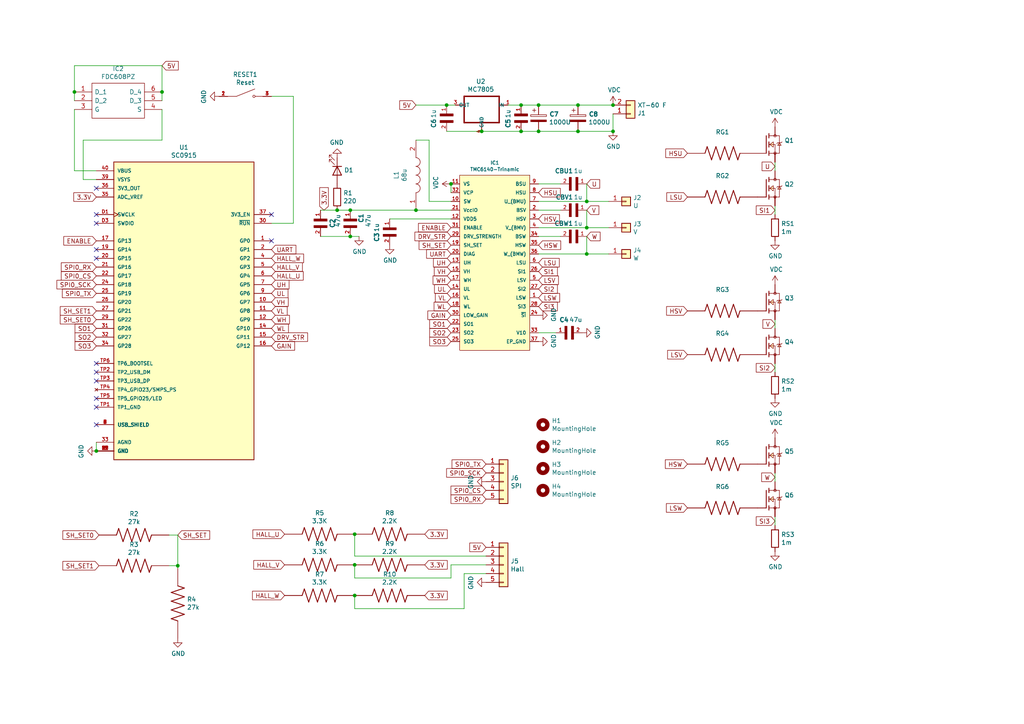
<source format=kicad_sch>
(kicad_sch (version 20211123) (generator eeschema)
  (paper "A4")
  (lib_symbols
    (symbol "1571563-1:1571563-1" (pin_names (offset 1.016) hide)
      (property "Reference" "S" (at -2.54 2.54 0))
      (property "Value" "1571563-1" (at -2.54 -2.54 0))
      (symbol "1571563-1_0_0"
        (pin passive line (at -7.62 0 0) (length 2.54) (name "~") (number "1"))
        (pin passive line (at -7.62 0 0) (length 2.54) (name "~") (number "2"))
        (pin passive line (at 7.62 0 180) (length 2.54) (name "~") (number "3"))
        (pin passive line (at 7.62 0 180) (length 2.54) (name "~") (number "4"))
      )
    )
    (symbol "CL21B105KBFNNNF:CL21B105KBFNNNF" (pin_names (offset 1.016) hide)
      (property "Reference" "C" (at 0 3.81 0))
      (property "Value" "CL21B105KBFNNNF" (at 0 -5.08 0))
      (symbol "CL21B105KBFNNNF_0_0"
        (pin passive line (at 5.08 0 180) (length 2.54) (name "~") (number "1"))
        (pin passive line (at -2.54 0 0) (length 2.54) (name "~") (number "2"))
      )
    )
    (symbol "CR0603-FX-3301ELF:CR0603-FX-3301ELF" (pin_numbers hide) (pin_names (offset 1.016) hide)
      (property "Reference" "R" (at -7.62 2.54 0))
      (property "Value" "CR0603-FX-3301ELF" (at -7.62 -5.08 0))
      (symbol "CR0603-FX-3301ELF_0_0"
        (pin passive line (at -10.16 0 0) (length 5.08) (name "~") (number "1"))
        (pin passive line (at 10.16 0 180) (length 5.08) (name "~") (number "2"))
      )
    )
    (symbol "CRCW060327K0FKEA:CRCW060327K0FKEA" (pin_numbers hide) (pin_names (offset 1.016) hide)
      (property "Reference" "R" (at -7.62 2.54 0))
      (property "Value" "CRCW060327K0FKEA" (at -7.62 -5.08 0))
      (symbol "CRCW060327K0FKEA_0_0"
        (pin passive line (at -10.16 0 0) (length 5.08) (name "~") (number "1"))
        (pin passive line (at 10.16 0 180) (length 5.08) (name "~") (number "2"))
      )
    )
    (symbol "CRG0603F2K2:CRG0603F2K2" (pin_numbers hide) (pin_names (offset 1.016) hide)
      (property "Reference" "R" (at -7.62 2.54 0))
      (property "Value" "CRG0603F2K2" (at -7.62 -5.08 0))
      (symbol "CRG0603F2K2_0_0"
        (pin passive line (at -10.16 0 0) (length 5.08) (name "~") (number "1"))
        (pin passive line (at 10.16 0 180) (length 5.08) (name "~") (number "2"))
      )
    )
    (symbol "CRL1206-FW-1R00ELF:CRL1206-FW-1R00ELF" (pin_numbers hide) (pin_names (offset 1.016) hide)
      (property "Reference" "R" (at -7.62 2.54 0))
      (property "Value" "CRL1206-FW-1R00ELF" (at -7.62 -5.08 0))
      (symbol "CRL1206-FW-1R00ELF_0_0"
        (pin passive line (at -10.16 0 0) (length 5.08) (name "~") (number "1"))
        (pin passive line (at 10.16 0 180) (length 5.08) (name "~") (number "2"))
      )
    )
    (symbol "Connector_Generic:Conn_01x01" (pin_names (offset 1.016) hide)
      (property "Reference" "J" (at 0 2.54 0))
      (property "Value" "Conn_01x01" (at 0 -2.54 0))
      (symbol "Conn_01x01_1_1"
        (pin passive line (at -5.08 0 0) (length 3.81) (name "Pin_1") (number "1"))
      )
    )
    (symbol "Connector_Generic:Conn_01x02" (pin_names (offset 1.016) hide)
      (property "Reference" "J" (at 0 2.54 0))
      (property "Value" "Conn_01x02" (at 0 -5.08 0))
      (symbol "Conn_01x02_1_1"
        (pin passive line (at -5.08 0 0) (length 3.81) (name "Pin_1") (number "1"))
        (pin passive line (at -5.08 -2.54 0) (length 3.81) (name "Pin_2") (number "2"))
      )
    )
    (symbol "Connector_Generic:Conn_01x05" (pin_names (offset 1.016) hide)
      (property "Reference" "J" (at 0 7.62 0))
      (property "Value" "Conn_01x05" (at 0 -7.62 0))
      (symbol "Conn_01x05_1_1"
        (pin passive line (at -5.08 5.08 0) (length 3.81) (name "Pin_1") (number "1"))
        (pin passive line (at -5.08 2.54 0) (length 3.81) (name "Pin_2") (number "2"))
        (pin passive line (at -5.08 0 0) (length 3.81) (name "Pin_3") (number "3"))
        (pin passive line (at -5.08 -2.54 0) (length 3.81) (name "Pin_4") (number "4"))
        (pin passive line (at -5.08 -5.08 0) (length 3.81) (name "Pin_5") (number "5"))
      )
    )
    (symbol "Device:LED" (pin_numbers hide) (pin_names (offset 1.016) hide)
      (property "Reference" "D" (at 0 2.54 0))
      (property "Value" "LED" (at 0 -2.54 0))
      (symbol "LED_1_1"
        (pin passive line (at -3.81 0 0) (length 2.54) (name "K") (number "1"))
        (pin passive line (at 3.81 0 180) (length 2.54) (name "A") (number "2"))
      )
    )
    (symbol "Device:R" (pin_numbers hide) (pin_names (offset 0))
      (property "Reference" "R" (at 2.032 0 90))
      (property "Value" "R" (at 0 0 90))
      (symbol "R_1_1"
        (pin passive line (at 0 3.81 270) (length 1.27) (name "~") (number "1"))
        (pin passive line (at 0 -3.81 90) (length 1.27) (name "~") (number "2"))
      )
    )
    (symbol "FDC608PZ:FDC608PZ" (pin_names (offset 0.762))
      (property "Reference" "IC" (at 21.59 7.62 0))
      (property "Value" "FDC608PZ" (at 21.59 5.08 0))
      (symbol "FDC608PZ_0_0"
        (pin passive line (at 0 0 0) (length 5.08) (name "D_1") (number "1"))
        (pin passive line (at 0 -2.54 0) (length 5.08) (name "D_2") (number "2"))
        (pin passive line (at 0 -5.08 0) (length 5.08) (name "G") (number "3"))
        (pin passive line (at 25.4 -5.08 180) (length 5.08) (name "S") (number "4"))
        (pin passive line (at 25.4 -2.54 180) (length 5.08) (name "D_3") (number "5"))
        (pin passive line (at 25.4 0 180) (length 5.08) (name "D_4") (number "6"))
      )
    )
    (symbol "GRM32EC81C476KE15L:GRM32EC81C476KE15L" (pin_names (offset 1.016) hide)
      (property "Reference" "C" (at 0 3.81 0))
      (property "Value" "GRM32EC81C476KE15L" (at 0 -5.08 0))
      (symbol "GRM32EC81C476KE15L_0_0"
        (pin passive line (at -2.54 0 0) (length 2.54) (name "~") (number "1"))
        (pin passive line (at 5.08 0 180) (length 2.54) (name "~") (number "2"))
      )
    )
    (symbol "IAUS300N08S5N012ATMA1:IAUS300N08S5N012ATMA1" (pin_numbers hide) (pin_names (offset 1.016) hide)
      (property "Reference" "Q" (at -8.89 2.54 0))
      (property "Value" "IAUS300N08S5N012ATMA1" (at -8.89 -7.62 0))
      (symbol "IAUS300N08S5N012ATMA1_0_0"
        (pin passive line (at -2.54 -2.54 0) (length 2.54) (name "~") (number "1"))
        (pin passive line (at 2.54 -5.08 90) (length 2.54) (name "~") (number "2"))
        (pin passive line (at 2.54 -5.08 90) (length 2.54) (name "~") (number "3"))
        (pin passive line (at 2.54 -5.08 90) (length 2.54) (name "~") (number "4"))
        (pin passive line (at 2.54 -5.08 90) (length 2.54) (name "~") (number "5"))
        (pin passive line (at 2.54 -5.08 90) (length 2.54) (name "~") (number "6"))
        (pin passive line (at 2.54 -5.08 90) (length 2.54) (name "~") (number "7"))
        (pin passive line (at 2.54 -5.08 90) (length 2.54) (name "~") (number "8"))
        (pin passive line (at 2.54 5.08 270) (length 2.54) (name "~") (number "9"))
      )
    )
    (symbol "MC7805:MC7805" (pin_names (offset 1.016))
      (property "Reference" "U" (at 0.635 -6.35 0))
      (property "Value" "MC7805" (at -5.08 4.318 0))
      (symbol "MC7805_0_0"
        (pin power_in line (at -7.62 1.27 0) (length 0) (name "IN") (number "1"))
        (pin power_in line (at 7.62 1.27 180) (length 0) (name "OUT") (number "3"))
        (pin input line (at 0 -6.35 90) (length 0) (name "GND") (number "4"))
      )
    )
    (symbol "Mechanical:MountingHole" (pin_names (offset 1.016))
      (property "Reference" "H" (at 0 5.08 0))
      (property "Value" "MountingHole" (at 0 3.175 0))
    )
    (symbol "SC0915:SC0915" (pin_names (offset 1.016))
      (property "Reference" "U" (at -20.32 44.069 0))
      (property "Value" "SC0915" (at -20.32 -45.72 0))
      (symbol "SC0915_0_0"
        (pin bidirectional line (at -25.4 20.32 0) (length 5.08) (name "GP0") (number "1"))
        (pin bidirectional line (at -25.4 2.54 0) (length 5.08) (name "GP7") (number "10"))
        (pin bidirectional line (at -25.4 0 0) (length 5.08) (name "GP8") (number "11"))
        (pin bidirectional line (at -25.4 -2.54 0) (length 5.08) (name "GP9") (number "12"))
        (pin power_in line (at 25.4 -40.64 180) (length 5.08) (name "GND") (number "13"))
        (pin bidirectional line (at -25.4 -5.08 0) (length 5.08) (name "GP10") (number "14"))
        (pin bidirectional line (at -25.4 -7.62 0) (length 5.08) (name "GP11") (number "15"))
        (pin bidirectional line (at -25.4 -10.16 0) (length 5.08) (name "GP12") (number "16"))
        (pin bidirectional line (at 25.4 20.32 180) (length 5.08) (name "GP13") (number "17"))
        (pin power_in line (at 25.4 -40.64 180) (length 5.08) (name "GND") (number "18"))
        (pin bidirectional line (at 25.4 17.78 180) (length 5.08) (name "GP14") (number "19"))
        (pin bidirectional line (at -25.4 17.78 0) (length 5.08) (name "GP1") (number "2"))
        (pin bidirectional line (at 25.4 15.24 180) (length 5.08) (name "GP15") (number "20"))
        (pin bidirectional line (at 25.4 12.7 180) (length 5.08) (name "GP16") (number "21"))
        (pin bidirectional line (at 25.4 10.16 180) (length 5.08) (name "GP17") (number "22"))
        (pin power_in line (at 25.4 -40.64 180) (length 5.08) (name "GND") (number "23"))
        (pin bidirectional line (at 25.4 7.62 180) (length 5.08) (name "GP18") (number "24"))
        (pin bidirectional line (at 25.4 5.08 180) (length 5.08) (name "GP19") (number "25"))
        (pin bidirectional line (at 25.4 2.54 180) (length 5.08) (name "GP20") (number "26"))
        (pin bidirectional line (at 25.4 0 180) (length 5.08) (name "GP21") (number "27"))
        (pin power_in line (at 25.4 -40.64 180) (length 5.08) (name "GND") (number "28"))
        (pin bidirectional line (at 25.4 -2.54 180) (length 5.08) (name "GP22") (number "29"))
        (pin power_in line (at 25.4 -40.64 180) (length 5.08) (name "GND") (number "3"))
        (pin input line (at -25.4 25.4 0) (length 5.08) (name "~{RUN}") (number "30"))
        (pin bidirectional line (at 25.4 -5.08 180) (length 5.08) (name "GP26") (number "31"))
        (pin bidirectional line (at 25.4 -7.62 180) (length 5.08) (name "GP27") (number "32"))
        (pin power_in line (at 25.4 -38.1 180) (length 5.08) (name "AGND") (number "33"))
        (pin bidirectional line (at 25.4 -10.16 180) (length 5.08) (name "GP28") (number "34"))
        (pin power_in line (at 25.4 33.02 180) (length 5.08) (name "ADC_VREF") (number "35"))
        (pin power_in line (at 25.4 35.56 180) (length 5.08) (name "3V3_OUT") (number "36"))
        (pin input line (at -25.4 27.94 0) (length 5.08) (name "3V3_EN") (number "37"))
        (pin power_in line (at 25.4 -40.64 180) (length 5.08) (name "GND") (number "38"))
        (pin power_in line (at 25.4 38.1 180) (length 5.08) (name "VSYS") (number "39"))
        (pin bidirectional line (at -25.4 15.24 0) (length 5.08) (name "GP2") (number "4"))
        (pin power_in line (at 25.4 40.64 180) (length 5.08) (name "VBUS") (number "40"))
        (pin bidirectional line (at -25.4 12.7 0) (length 5.08) (name "GP3") (number "5"))
        (pin bidirectional line (at -25.4 10.16 0) (length 5.08) (name "GP4") (number "6"))
        (pin bidirectional line (at -25.4 7.62 0) (length 5.08) (name "GP5") (number "7"))
        (pin power_in line (at 25.4 -40.64 180) (length 5.08) (name "GND") (number "8"))
        (pin bidirectional line (at -25.4 5.08 0) (length 5.08) (name "GP6") (number "9"))
        (pin power_in line (at 25.4 -33.02 180) (length 5.08) (name "USB_SHIELD") (number "A"))
        (pin power_in line (at 25.4 -33.02 180) (length 5.08) (name "USB_SHIELD") (number "B"))
        (pin power_in line (at 25.4 -33.02 180) (length 5.08) (name "USB_SHIELD") (number "C"))
        (pin power_in line (at 25.4 -33.02 180) (length 5.08) (name "USB_SHIELD") (number "D"))
        (pin input clock (at 25.4 27.94 180) (length 5.08) (name "SWCLK") (number "D1"))
        (pin power_in line (at 25.4 -40.64 180) (length 5.08) (name "GND") (number "D2"))
        (pin bidirectional line (at 25.4 25.4 180) (length 5.08) (name "SWDIO") (number "D3"))
        (pin power_in line (at 25.4 -27.94 180) (length 5.08) (name "TP1_GND") (number "TP1"))
        (pin bidirectional line (at 25.4 -17.78 180) (length 5.08) (name "TP2_USB_DM") (number "TP2"))
        (pin bidirectional line (at 25.4 -20.32 180) (length 5.08) (name "TP3_USB_DP") (number "TP3"))
        (pin no_connect line (at 25.4 -22.86 180) (length 5.08) (name "TP4_GPIO23/SMPS_PS") (number "TP4"))
        (pin output line (at 25.4 -25.4 180) (length 5.08) (name "TP5_GPIO25/LED") (number "TP5"))
        (pin input line (at 25.4 -15.24 180) (length 5.08) (name "TP6_BOOTSEL") (number "TP6"))
      )
    )
    (symbol "SamacSys_Parts:NPIS27H680MTRF" (pin_names (offset 0.762))
      (property "Reference" "L" (at 16.51 6.35 0))
      (property "Value" "NPIS27H680MTRF" (at 16.51 3.81 0))
      (symbol "NPIS27H680MTRF_0_0"
        (pin passive line (at 0 0 0) (length 5.08) (name "~") (number "1"))
        (pin passive line (at 20.32 0 180) (length 5.08) (name "~") (number "2"))
      )
    )
    (symbol "TMC6140-EVAL_v1.1-rescue:TMC6140-Trinamic" (pin_names (offset 1.016))
      (property "Reference" "IC" (at 0 1.27 0))
      (property "Value" "TMC6140-Trinamic" (at 0 -1.27 0))
      (symbol "TMC6140-Trinamic_0_0"
        (pin unspecified line (at 12.7 -10.16 180) (length 2.54) (name "LSW") (number "1"))
        (pin unspecified line (at -12.7 17.78 0) (length 2.54) (name "SW") (number "10"))
        (pin unspecified line (at -12.7 22.86 0) (length 2.54) (name "VS") (number "11"))
        (pin unspecified line (at -12.7 12.7 0) (length 2.54) (name "VDD5") (number "12"))
        (pin unspecified line (at -12.7 0 0) (length 2.54) (name "UH") (number "13"))
        (pin unspecified line (at -12.7 -7.62 0) (length 2.54) (name "UL") (number "14"))
        (pin unspecified line (at -12.7 -2.54 0) (length 2.54) (name "VH") (number "15"))
        (pin unspecified line (at -12.7 -10.16 0) (length 2.54) (name "VL") (number "16"))
        (pin unspecified line (at -12.7 -5.08 0) (length 2.54) (name "WH") (number "17"))
        (pin unspecified line (at -12.7 -12.7 0) (length 2.54) (name "WL") (number "18"))
        (pin unspecified line (at -12.7 5.08 0) (length 2.54) (name "SH_SET") (number "19"))
        (pin unspecified line (at 12.7 15.24 180) (length 2.54) (name "BSV") (number "2"))
        (pin unspecified line (at -12.7 2.54 0) (length 2.54) (name "DIAG") (number "20"))
        (pin unspecified line (at -12.7 15.24 0) (length 2.54) (name "VccIO") (number "21"))
        (pin unspecified line (at -12.7 -17.78 0) (length 2.54) (name "SO1") (number "22"))
        (pin unspecified line (at -12.7 -20.32 0) (length 2.54) (name "SO2") (number "23"))
        (pin unspecified line (at 12.7 -15.24 180) (length 2.54) (name "~{SI}") (number "24"))
        (pin unspecified line (at -12.7 -22.86 0) (length 2.54) (name "SO3") (number "25"))
        (pin unspecified line (at 12.7 -2.54 180) (length 2.54) (name "SI1") (number "26"))
        (pin unspecified line (at 12.7 -7.62 180) (length 2.54) (name "SI2") (number "27"))
        (pin unspecified line (at 12.7 -12.7 180) (length 2.54) (name "SI3") (number "28"))
        (pin unspecified line (at -12.7 7.62 0) (length 2.54) (name "DRV_STRENGTH") (number "29"))
        (pin unspecified line (at 12.7 12.7 180) (length 2.54) (name "HSV") (number "3"))
        (pin unspecified line (at -12.7 -15.24 0) (length 2.54) (name "LOW_GAIN") (number "30"))
        (pin unspecified line (at -12.7 10.16 0) (length 2.54) (name "ENABLE") (number "31"))
        (pin unspecified line (at -12.7 20.32 0) (length 2.54) (name "VCP") (number "32"))
        (pin unspecified line (at 12.7 -20.32 180) (length 2.54) (name "V10") (number "33"))
        (pin unspecified line (at 12.7 7.62 180) (length 2.54) (name "BSW") (number "34"))
        (pin unspecified line (at 12.7 5.08 180) (length 2.54) (name "HSW") (number "35"))
        (pin unspecified line (at 12.7 2.54 180) (length 2.54) (name "W_(BMW)") (number "36"))
        (pin unspecified line (at 12.7 -22.86 180) (length 2.54) (name "EP_GND") (number "37"))
        (pin unspecified line (at 12.7 10.16 180) (length 2.54) (name "V_(BMV)") (number "4"))
        (pin unspecified line (at 12.7 -5.08 180) (length 2.54) (name "LSV") (number "5"))
        (pin unspecified line (at 12.7 0 180) (length 2.54) (name "LSU") (number "6"))
        (pin unspecified line (at 12.7 17.78 180) (length 2.54) (name "U_(BMU)") (number "7"))
        (pin unspecified line (at 12.7 20.32 180) (length 2.54) (name "HSU") (number "8"))
        (pin unspecified line (at 12.7 22.86 180) (length 2.54) (name "BSU") (number "9"))
      )
    )
    (symbol "V1_0-rescue:CP-Device" (pin_numbers hide) (pin_names (offset 0.254))
      (property "Reference" "C" (at 0.635 2.54 0))
      (property "Value" "CP-Device" (at 0.635 -2.54 0))
      (symbol "CP-Device_1_1"
        (pin passive line (at 0 3.81 270) (length 2.794) (name "~") (number "1"))
        (pin passive line (at 0 -3.81 90) (length 2.794) (name "~") (number "2"))
      )
    )
    (symbol "power:GND" (power) (pin_names (offset 0))
      (property "Value" "GND" (at 0 -3.81 0))
      (symbol "GND_1_1"
        (pin power_in line (at 0 0 270) (length 0) hide (name "GND") (number "1"))
      )
    )
    (symbol "power:VDC" (power) (pin_names (offset 0))
      (property "Value" "VDC" (at 0 6.35 0))
      (symbol "VDC_1_1"
        (pin power_in line (at 0 0 90) (length 0) hide (name "VDC") (number "1"))
      )
    )
  )
  (junction (at 156.21 38.1))
  (junction (at 167.64 38.1))
  (junction (at 51.562 164.084))
  (junction (at 102.87 172.72))
  (junction (at 46.99 26.67))
  (junction (at 170.18 66.04))
  (junction (at 130.81 53.34))
  (junction (at 170.18 58.42))
  (junction (at 151.13 38.1))
  (junction (at 102.87 163.83))
  (junction (at 151.13 30.48))
  (junction (at 21.59 26.67))
  (junction (at 101.6 60.96))
  (junction (at 102.87 154.94))
  (junction (at 177.8 30.48))
  (junction (at 27.94 130.81))
  (junction (at 129.54 30.48))
  (junction (at 139.7 38.1))
  (junction (at 156.21 30.48))
  (junction (at 120.65 60.96))
  (junction (at 177.8 38.1))
  (junction (at 170.18 73.66))
  (junction (at 101.6 68.58))
  (junction (at 167.64 30.48))
  (junction (at 97.79 60.96))
  (no_connect (at 27.94 54.61))
  (no_connect (at 27.94 110.49))
  (no_connect (at 27.94 123.19))
  (no_connect (at 27.94 62.23))
  (no_connect (at 27.94 105.41))
  (no_connect (at 27.94 74.93))
  (no_connect (at 27.94 72.39))
  (no_connect (at 27.94 107.95))
  (no_connect (at 27.94 64.77))
  (no_connect (at 27.94 115.57))
  (no_connect (at 78.74 62.23))
  (no_connect (at 27.94 118.11))
  (no_connect (at 78.74 69.85))
  (wire (pts (xy 124.46 58.42) (xy 124.46 40.64)))
  (wire (pts (xy 130.81 163.83) (xy 140.97 163.83)))
  (wire (pts (xy 46.99 29.21) (xy 46.99 26.67)))
  (wire (pts (xy 49.022 164.084) (xy 51.562 164.084)))
  (wire (pts (xy 162.56 53.34) (xy 156.21 53.34)))
  (wire (pts (xy 92.964 60.96) (xy 97.79 60.96)))
  (wire (pts (xy 97.79 60.96) (xy 101.6 60.96)))
  (wire (pts (xy 224.79 137.16) (xy 224.79 139.7)))
  (wire (pts (xy 46.99 19.05) (xy 46.99 26.67)))
  (wire (pts (xy 224.79 46.99) (xy 224.79 49.53)))
  (wire (pts (xy 27.94 130.81) (xy 27.94 128.27)))
  (wire (pts (xy 24.13 40.64) (xy 24.13 52.07)))
  (wire (pts (xy 156.21 30.48) (xy 151.13 30.48)))
  (wire (pts (xy 21.59 19.05) (xy 46.99 19.05)))
  (wire (pts (xy 102.87 154.94) (xy 102.87 161.29)))
  (wire (pts (xy 151.13 38.1) (xy 139.7 38.1)))
  (wire (pts (xy 21.59 29.21) (xy 21.59 26.67)))
  (wire (pts (xy 129.54 38.1) (xy 139.7 38.1)))
  (wire (pts (xy 170.18 58.42) (xy 170.18 53.34)))
  (wire (pts (xy 132.08 30.48) (xy 129.54 30.48)))
  (wire (pts (xy 130.81 60.96) (xy 120.65 60.96)))
  (wire (pts (xy 101.6 68.58) (xy 104.14 68.58)))
  (wire (pts (xy 49.022 155.194) (xy 51.562 155.194)))
  (wire (pts (xy 151.13 38.1) (xy 156.21 38.1)))
  (wire (pts (xy 170.18 73.66) (xy 176.53 73.66)))
  (wire (pts (xy 113.03 63.5) (xy 130.81 63.5)))
  (wire (pts (xy 156.21 73.66) (xy 170.18 73.66)))
  (wire (pts (xy 92.964 68.58) (xy 101.6 68.58)))
  (wire (pts (xy 130.81 167.64) (xy 102.87 167.64)))
  (wire (pts (xy 167.64 38.1) (xy 177.8 38.1)))
  (wire (pts (xy 101.6 60.96) (xy 120.65 60.96)))
  (wire (pts (xy 176.53 66.04) (xy 170.18 66.04)))
  (wire (pts (xy 24.13 52.07) (xy 27.94 52.07)))
  (wire (pts (xy 170.18 60.96) (xy 170.18 66.04)))
  (wire (pts (xy 162.56 60.96) (xy 156.21 60.96)))
  (wire (pts (xy 156.21 38.1) (xy 167.64 38.1)))
  (wire (pts (xy 224.79 107.95) (xy 224.79 105.41)))
  (wire (pts (xy 224.79 59.69) (xy 224.79 62.23)))
  (wire (pts (xy 177.8 38.1) (xy 177.8 33.02)))
  (wire (pts (xy 21.59 26.67) (xy 21.59 19.05)))
  (wire (pts (xy 130.81 58.42) (xy 124.46 58.42)))
  (wire (pts (xy 170.18 58.42) (xy 176.53 58.42)))
  (wire (pts (xy 46.99 40.64) (xy 24.13 40.64)))
  (wire (pts (xy 78.74 27.94) (xy 85.09 27.94)))
  (wire (pts (xy 134.62 176.53) (xy 102.87 176.53)))
  (wire (pts (xy 102.87 161.29) (xy 140.97 161.29)))
  (wire (pts (xy 224.79 149.86) (xy 224.79 152.4)))
  (wire (pts (xy 120.65 30.48) (xy 129.54 30.48)))
  (wire (pts (xy 21.59 49.53) (xy 21.59 31.75)))
  (wire (pts (xy 156.21 66.04) (xy 170.18 66.04)))
  (wire (pts (xy 224.79 95.25) (xy 224.79 92.71)))
  (wire (pts (xy 134.62 176.53) (xy 134.62 166.37)))
  (wire (pts (xy 162.56 68.58) (xy 156.21 68.58)))
  (wire (pts (xy 85.09 27.94) (xy 85.09 64.77)))
  (wire (pts (xy 130.81 55.88) (xy 130.81 53.34)))
  (wire (pts (xy 46.99 31.75) (xy 46.99 40.64)))
  (wire (pts (xy 130.81 163.83) (xy 130.81 167.64)))
  (wire (pts (xy 156.21 96.52) (xy 161.29 96.52)))
  (wire (pts (xy 102.87 163.83) (xy 102.87 167.64)))
  (wire (pts (xy 156.21 58.42) (xy 170.18 58.42)))
  (wire (pts (xy 102.87 176.53) (xy 102.87 172.72)))
  (wire (pts (xy 151.13 30.48) (xy 147.32 30.48)))
  (wire (pts (xy 167.64 30.48) (xy 177.8 30.48)))
  (wire (pts (xy 156.21 30.48) (xy 167.64 30.48)))
  (wire (pts (xy 51.562 155.194) (xy 51.562 164.084)))
  (wire (pts (xy 134.62 166.37) (xy 140.97 166.37)))
  (wire (pts (xy 85.09 64.77) (xy 78.74 64.77)))
  (wire (pts (xy 27.94 49.53) (xy 21.59 49.53)))
  (wire (pts (xy 51.562 164.084) (xy 51.562 164.846)))
  (wire (pts (xy 170.18 73.66) (xy 170.18 68.58)))
  (wire (pts (xy 124.46 40.64) (xy 120.65 40.64)))
  (global_label "VL" (shape input) (at 78.74 90.17 0) (property "Intersheet References" "${INTERSHEET_REFS}" (effects hide)))
  (global_label "U" (shape input) (at 170.18 53.34 0) (property "Intersheet References" "${INTERSHEET_REFS}" (effects hide)))
  (global_label "W" (shape input) (at 170.18 68.58 0) (property "Intersheet References" "${INTERSHEET_REFS}" (effects hide)))
  (global_label "SPI0_SCK" (shape input) (at 27.94 82.55 180) (property "Intersheet References" "${INTERSHEET_REFS}" (effects hide)))
  (global_label "SH_SET0" (shape input) (at 27.94 92.71 180) (property "Intersheet References" "${INTERSHEET_REFS}" (effects hide)))
  (global_label "HSW" (shape input) (at 156.21 71.12 0) (property "Intersheet References" "${INTERSHEET_REFS}" (effects hide)))
  (global_label "SO1" (shape input) (at 130.81 93.98 180) (property "Intersheet References" "${INTERSHEET_REFS}" (effects hide)))
  (global_label "LSV" (shape input) (at 156.21 81.28 0) (property "Intersheet References" "${INTERSHEET_REFS}" (effects hide)))
  (global_label "UH" (shape input) (at 78.74 82.55 0) (property "Intersheet References" "${INTERSHEET_REFS}" (effects hide)))
  (global_label "VL" (shape input) (at 130.81 86.36 180) (property "Intersheet References" "${INTERSHEET_REFS}" (effects hide)))
  (global_label "SPI0_RX" (shape input) (at 27.94 77.47 180) (property "Intersheet References" "${INTERSHEET_REFS}" (effects hide)))
  (global_label "V" (shape input) (at 170.18 60.96 0) (property "Intersheet References" "${INTERSHEET_REFS}" (effects hide)))
  (global_label "SI3" (shape input) (at 224.79 151.13 180) (property "Intersheet References" "${INTERSHEET_REFS}" (effects hide)))
  (global_label "LSV" (shape input) (at 199.39 102.87 180) (property "Intersheet References" "${INTERSHEET_REFS}" (effects hide)))
  (global_label "U" (shape input) (at 224.79 48.26 180) (property "Intersheet References" "${INTERSHEET_REFS}" (effects hide)))
  (global_label "HSU" (shape input) (at 199.39 44.45 180) (property "Intersheet References" "${INTERSHEET_REFS}" (effects hide)))
  (global_label "5V" (shape input) (at 140.97 158.75 180) (property "Intersheet References" "${INTERSHEET_REFS}" (effects hide)))
  (global_label "WH" (shape input) (at 78.74 92.71 0) (property "Intersheet References" "${INTERSHEET_REFS}" (effects hide)))
  (global_label "V" (shape input) (at 224.79 93.98 180) (property "Intersheet References" "${INTERSHEET_REFS}" (effects hide)))
  (global_label "GAIN" (shape input) (at 130.81 91.44 180) (property "Intersheet References" "${INTERSHEET_REFS}" (effects hide)))
  (global_label "DRV_STR" (shape input) (at 130.81 68.58 180) (property "Intersheet References" "${INTERSHEET_REFS}" (effects hide)))
  (global_label "WL" (shape input) (at 78.74 95.25 0) (property "Intersheet References" "${INTERSHEET_REFS}" (effects hide)))
  (global_label "SH_SET" (shape input) (at 130.81 71.12 180) (property "Intersheet References" "${INTERSHEET_REFS}" (effects hide)))
  (global_label "SPI0_TX" (shape input) (at 140.97 134.62 180) (property "Intersheet References" "${INTERSHEET_REFS}" (effects hide)))
  (global_label "SO3" (shape input) (at 27.94 100.33 180) (property "Intersheet References" "${INTERSHEET_REFS}" (effects hide)))
  (global_label "UH" (shape input) (at 130.81 76.2 180) (property "Intersheet References" "${INTERSHEET_REFS}" (effects hide)))
  (global_label "HALL_W" (shape input) (at 82.55 172.72 180) (property "Intersheet References" "${INTERSHEET_REFS}" (effects hide)))
  (global_label "HALL_U" (shape input) (at 78.74 80.01 0) (property "Intersheet References" "${INTERSHEET_REFS}" (effects hide)))
  (global_label "SI2" (shape input) (at 156.21 83.82 0) (property "Intersheet References" "${INTERSHEET_REFS}" (effects hide)))
  (global_label "SI1" (shape input) (at 224.79 60.96 180) (property "Intersheet References" "${INTERSHEET_REFS}" (effects hide)))
  (global_label "UART" (shape input) (at 78.74 72.39 0) (property "Intersheet References" "${INTERSHEET_REFS}" (effects hide)))
  (global_label "HALL_W" (shape input) (at 78.74 74.93 0) (property "Intersheet References" "${INTERSHEET_REFS}" (effects hide)))
  (global_label "ENABLE" (shape input) (at 27.94 69.85 180) (property "Intersheet References" "${INTERSHEET_REFS}" (effects hide)))
  (global_label "SPI0_CS" (shape input) (at 27.94 80.01 180) (property "Intersheet References" "${INTERSHEET_REFS}" (effects hide)))
  (global_label "3.3V" (shape input) (at 123.19 172.72 0) (property "Intersheet References" "${INTERSHEET_REFS}" (effects hide)))
  (global_label "SO2" (shape input) (at 27.94 97.79 180) (property "Intersheet References" "${INTERSHEET_REFS}" (effects hide)))
  (global_label "3.3V" (shape input) (at 27.94 57.15 180) (property "Intersheet References" "${INTERSHEET_REFS}" (effects hide)))
  (global_label "GAIN" (shape input) (at 78.74 100.33 0) (property "Intersheet References" "${INTERSHEET_REFS}" (effects hide)))
  (global_label "SO1" (shape input) (at 27.94 95.25 180) (property "Intersheet References" "${INTERSHEET_REFS}" (effects hide)))
  (global_label "HALL_V" (shape input) (at 78.74 77.47 0) (property "Intersheet References" "${INTERSHEET_REFS}" (effects hide)))
  (global_label "SI1" (shape input) (at 156.21 78.74 0) (property "Intersheet References" "${INTERSHEET_REFS}" (effects hide)))
  (global_label "SPI0_CS" (shape input) (at 140.97 142.24 180) (property "Intersheet References" "${INTERSHEET_REFS}" (effects hide)))
  (global_label "W" (shape input) (at 224.79 138.43 180) (property "Intersheet References" "${INTERSHEET_REFS}" (effects hide)))
  (global_label "HSV" (shape input) (at 156.21 63.5 0) (property "Intersheet References" "${INTERSHEET_REFS}" (effects hide)))
  (global_label "SH_SET" (shape input) (at 51.562 155.194 0) (property "Intersheet References" "${INTERSHEET_REFS}" (effects hide)))
  (global_label "DRV_STR" (shape input) (at 78.74 97.79 0) (property "Intersheet References" "${INTERSHEET_REFS}" (effects hide)))
  (global_label "ENABLE" (shape input) (at 130.81 66.04 180) (property "Intersheet References" "${INTERSHEET_REFS}" (effects hide)))
  (global_label "LSW" (shape input) (at 199.39 147.32 180) (property "Intersheet References" "${INTERSHEET_REFS}" (effects hide)))
  (global_label "SI2" (shape input) (at 224.79 106.68 180) (property "Intersheet References" "${INTERSHEET_REFS}" (effects hide)))
  (global_label "SPI0_SCK" (shape input) (at 140.97 137.16 180) (property "Intersheet References" "${INTERSHEET_REFS}" (effects hide)))
  (global_label "UL" (shape input) (at 78.74 85.09 0) (property "Intersheet References" "${INTERSHEET_REFS}" (effects hide)))
  (global_label "SH_SET0" (shape input) (at 28.702 155.194 180) (property "Intersheet References" "${INTERSHEET_REFS}" (effects hide)))
  (global_label "LSW" (shape input) (at 156.21 86.36 0) (property "Intersheet References" "${INTERSHEET_REFS}" (effects hide)))
  (global_label "5V" (shape input) (at 46.99 19.05 0) (property "Intersheet References" "${INTERSHEET_REFS}" (effects hide)))
  (global_label "SPI0_TX" (shape input) (at 27.94 85.09 180) (property "Intersheet References" "${INTERSHEET_REFS}" (effects hide)))
  (global_label "SH_SET1" (shape input) (at 28.702 164.084 180) (property "Intersheet References" "${INTERSHEET_REFS}" (effects hide)))
  (global_label "SH_SET1" (shape input) (at 27.94 90.17 180) (property "Intersheet References" "${INTERSHEET_REFS}" (effects hide)))
  (global_label "VH" (shape input) (at 78.74 87.63 0) (property "Intersheet References" "${INTERSHEET_REFS}" (effects hide)))
  (global_label "SPI0_RX" (shape input) (at 140.97 144.78 180) (property "Intersheet References" "${INTERSHEET_REFS}" (effects hide)))
  (global_label "UART" (shape input) (at 130.81 73.66 180) (property "Intersheet References" "${INTERSHEET_REFS}" (effects hide)))
  (global_label "3.3V" (shape input) (at 123.19 163.83 0) (property "Intersheet References" "${INTERSHEET_REFS}" (effects hide)))
  (global_label "UL" (shape input) (at 130.81 83.82 180) (property "Intersheet References" "${INTERSHEET_REFS}" (effects hide)))
  (global_label "LSU" (shape input) (at 156.21 76.2 0) (property "Intersheet References" "${INTERSHEET_REFS}" (effects hide)))
  (global_label "WH" (shape input) (at 130.81 81.28 180) (property "Intersheet References" "${INTERSHEET_REFS}" (effects hide)))
  (global_label "SO2" (shape input) (at 130.81 96.52 180) (property "Intersheet References" "${INTERSHEET_REFS}" (effects hide)))
  (global_label "SI3" (shape input) (at 156.21 88.9 0) (property "Intersheet References" "${INTERSHEET_REFS}" (effects hide)))
  (global_label "WL" (shape input) (at 130.81 88.9 180) (property "Intersheet References" "${INTERSHEET_REFS}" (effects hide)))
  (global_label "HSW" (shape input) (at 199.39 134.62 180) (property "Intersheet References" "${INTERSHEET_REFS}" (effects hide)))
  (global_label "3.3V" (shape input) (at 123.19 154.94 0) (property "Intersheet References" "${INTERSHEET_REFS}" (effects hide)))
  (global_label "SO3" (shape input) (at 130.81 99.06 180) (property "Intersheet References" "${INTERSHEET_REFS}" (effects hide)))
  (global_label "VH" (shape input) (at 130.81 78.74 180) (property "Intersheet References" "${INTERSHEET_REFS}" (effects hide)))
  (global_label "HSV" (shape input) (at 199.39 90.17 180) (property "Intersheet References" "${INTERSHEET_REFS}" (effects hide)))
  (global_label "3.3V" (shape input) (at 93.98 60.96 90) (property "Intersheet References" "${INTERSHEET_REFS}" (effects hide)))
  (global_label "5V" (shape input) (at 120.65 30.48 180) (property "Intersheet References" "${INTERSHEET_REFS}" (effects hide)))
  (global_label "HALL_U" (shape input) (at 82.55 154.94 180) (property "Intersheet References" "${INTERSHEET_REFS}" (effects hide)))
  (global_label "HSU" (shape input) (at 156.21 55.88 0) (property "Intersheet References" "${INTERSHEET_REFS}" (effects hide)))
  (global_label "LSU" (shape input) (at 199.39 57.15 180) (property "Intersheet References" "${INTERSHEET_REFS}" (effects hide)))
  (global_label "HALL_V" (shape input) (at 82.55 163.83 180) (property "Intersheet References" "${INTERSHEET_REFS}" (effects hide)))
  (symbol (lib_id "TMC6140-EVAL_v1.1-rescue:TMC6140-Trinamic") (at 143.51 76.2 0) (unit 1)
    (property "Reference" "IC1" (at 143.51 47.2186 0) (effects (font (size 0.9906 0.9906))))
    (property "Value" "TMC6140-Trinamic" (at 143.51 49.1236 0) (effects (font (size 0.9906 0.9906))))
    (property "Footprint" "Package_DFN_QFN:QFN-36-1EP_5x6mm_P0.5mm_EP3.6x4.1mm_ThermalVias" (effects hide))
  )
  (symbol (lib_id "SC0915:SC0915") (at 53.34 90.17 0) (mirror y) (unit 1)
    (property "Reference" "U1" (at 53.34 42.7482 0))
    (property "Value" "SC0915" (at 53.34 45.0596 0))
    (property "Footprint" "RP_PICO:MODULE_SC0915" (effects hide))
    (property "STANDARD" "Manufacturer Recommendations" (effects hide))
    (property "MAXIMUM_PACKAGE_HEIGHT" "3.73mm" (effects hide))
    (property "PARTREV" "1.6" (effects hide))
    (property "MANUFACTURER" "Raspberry Pi" (effects hide))
  )
  (symbol (lib_id "IAUS300N08S5N012ATMA1:IAUS300N08S5N012ATMA1") (at 222.25 41.91 0) (unit 1)
    (property "Reference" "Q1" (at 227.5332 40.7416 0) (effects (justify left)))
    (property "Value" "IAUS300N08S5N012ATMA1" (effects hide))
    (property "Footprint" "IAUS300N08S5N012ATMA1:IFX-PG-HSOG-8-1-V" (effects hide))
    (property "STANDARD" "Manufacturer Recommendations" (effects hide))
    (property "MAXIMUM_PACKAGE_HEIGHT" "2.3mm" (effects hide))
    (property "PARTREV" "1.0" (effects hide))
    (property "MANUFACTURER" "Infineon" (effects hide))
  )
  (symbol (lib_id "IAUS300N08S5N012ATMA1:IAUS300N08S5N012ATMA1") (at 222.25 54.61 0) (unit 1)
    (property "Reference" "Q2" (at 227.5332 53.4416 0) (effects (justify left)))
    (property "Value" "IAUS300N08S5N012ATMA1" (effects hide))
    (property "Footprint" "IAUS300N08S5N012ATMA1:IFX-PG-HSOG-8-1-V" (effects hide))
    (property "STANDARD" "Manufacturer Recommendations" (effects hide))
    (property "MAXIMUM_PACKAGE_HEIGHT" "2.3mm" (effects hide))
    (property "PARTREV" "1.0" (effects hide))
    (property "MANUFACTURER" "Infineon" (effects hide))
  )
  (symbol (lib_id "IAUS300N08S5N012ATMA1:IAUS300N08S5N012ATMA1") (at 222.25 87.63 0) (unit 1)
    (property "Reference" "Q3" (at 227.5332 86.4616 0) (effects (justify left)))
    (property "Value" "IAUS300N08S5N012ATMA1" (effects hide))
    (property "Footprint" "IAUS300N08S5N012ATMA1:IFX-PG-HSOG-8-1-V" (effects hide))
    (property "STANDARD" "Manufacturer Recommendations" (effects hide))
    (property "MAXIMUM_PACKAGE_HEIGHT" "2.3mm" (effects hide))
    (property "PARTREV" "1.0" (effects hide))
    (property "MANUFACTURER" "Infineon" (effects hide))
  )
  (symbol (lib_id "IAUS300N08S5N012ATMA1:IAUS300N08S5N012ATMA1") (at 222.25 100.33 0) (unit 1)
    (property "Reference" "Q4" (at 227.5332 99.1616 0) (effects (justify left)))
    (property "Value" "IAUS300N08S5N012ATMA1" (effects hide))
    (property "Footprint" "IAUS300N08S5N012ATMA1:IFX-PG-HSOG-8-1-V" (effects hide))
    (property "STANDARD" "Manufacturer Recommendations" (effects hide))
    (property "MAXIMUM_PACKAGE_HEIGHT" "2.3mm" (effects hide))
    (property "PARTREV" "1.0" (effects hide))
    (property "MANUFACTURER" "Infineon" (effects hide))
  )
  (symbol (lib_id "IAUS300N08S5N012ATMA1:IAUS300N08S5N012ATMA1") (at 222.25 132.08 0) (unit 1)
    (property "Reference" "Q5" (at 227.5332 130.9116 0) (effects (justify left)))
    (property "Value" "IAUS300N08S5N012ATMA1" (effects hide))
    (property "Footprint" "IAUS300N08S5N012ATMA1:IFX-PG-HSOG-8-1-V" (effects hide))
    (property "STANDARD" "Manufacturer Recommendations" (effects hide))
    (property "MAXIMUM_PACKAGE_HEIGHT" "2.3mm" (effects hide))
    (property "PARTREV" "1.0" (effects hide))
    (property "MANUFACTURER" "Infineon" (effects hide))
  )
  (symbol (lib_id "power:GND") (at 156.21 91.44 90) (unit 1)
    (property "Reference" "#PWR0107" (effects hide))
    (property "Value" "GND" (at 160.6042 91.313 0))
  )
  (symbol (lib_id "IAUS300N08S5N012ATMA1:IAUS300N08S5N012ATMA1") (at 222.25 144.78 0) (unit 1)
    (property "Reference" "Q6" (at 227.5332 143.6116 0) (effects (justify left)))
    (property "Value" "IAUS300N08S5N012ATMA1" (effects hide))
    (property "Footprint" "IAUS300N08S5N012ATMA1:IFX-PG-HSOG-8-1-V" (effects hide))
    (property "STANDARD" "Manufacturer Recommendations" (effects hide))
    (property "MAXIMUM_PACKAGE_HEIGHT" "2.3mm" (effects hide))
    (property "PARTREV" "1.0" (effects hide))
    (property "MANUFACTURER" "Infineon" (effects hide))
  )
  (symbol (lib_id "CRL1206-FW-1R00ELF:CRL1206-FW-1R00ELF") (at 209.55 44.45 0) (unit 1)
    (property "Reference" "RG1" (at 209.55 38.3032 0))
    (property "Value" "CRL1206-FW-1R00ELF" (effects hide))
    (property "Footprint" "CRL1206-FW-1R00ELF:RESC3216X70N" (effects hide))
  )
  (symbol (lib_id "CRL1206-FW-1R00ELF:CRL1206-FW-1R00ELF") (at 209.55 57.15 0) (unit 1)
    (property "Reference" "RG2" (at 209.55 51.0032 0))
    (property "Value" "CRL1206-FW-1R00ELF" (effects hide))
    (property "Footprint" "CRL1206-FW-1R00ELF:RESC3216X70N" (effects hide))
  )
  (symbol (lib_id "power:GND") (at 224.79 160.02 0) (unit 1)
    (property "Reference" "#PWR0102" (effects hide))
    (property "Value" "GND" (at 224.917 164.4142 0))
  )
  (symbol (lib_id "power:GND") (at 224.79 115.57 0) (unit 1)
    (property "Reference" "#PWR0103" (effects hide))
    (property "Value" "GND" (at 224.917 119.9642 0))
  )
  (symbol (lib_id "CRL1206-FW-1R00ELF:CRL1206-FW-1R00ELF") (at 209.55 90.17 0) (unit 1)
    (property "Reference" "RG3" (at 209.55 84.0232 0))
    (property "Value" "CRL1206-FW-1R00ELF" (effects hide))
    (property "Footprint" "CRL1206-FW-1R00ELF:RESC3216X70N" (effects hide))
  )
  (symbol (lib_id "CRL1206-FW-1R00ELF:CRL1206-FW-1R00ELF") (at 209.55 102.87 0) (unit 1)
    (property "Reference" "RG4" (at 209.55 96.7232 0))
    (property "Value" "CRL1206-FW-1R00ELF" (effects hide))
    (property "Footprint" "CRL1206-FW-1R00ELF:RESC3216X70N" (effects hide))
  )
  (symbol (lib_id "CRL1206-FW-1R00ELF:CRL1206-FW-1R00ELF") (at 209.55 134.62 0) (unit 1)
    (property "Reference" "RG5" (at 209.55 128.4732 0))
    (property "Value" "CRL1206-FW-1R00ELF" (effects hide))
    (property "Footprint" "CRL1206-FW-1R00ELF:RESC3216X70N" (effects hide))
  )
  (symbol (lib_id "CRL1206-FW-1R00ELF:CRL1206-FW-1R00ELF") (at 209.55 147.32 0) (unit 1)
    (property "Reference" "RG6" (at 209.55 141.1732 0))
    (property "Value" "CRL1206-FW-1R00ELF" (effects hide))
    (property "Footprint" "CRL1206-FW-1R00ELF:RESC3216X70N" (effects hide))
  )
  (symbol (lib_id "CRCW060327K0FKEA:CRCW060327K0FKEA") (at 38.862 155.194 0) (unit 1)
    (property "Reference" "R2" (at 38.862 149.0472 0))
    (property "Value" "27k" (at 38.862 151.3586 0))
    (property "Footprint" "RESC1508X50N" (effects hide))
  )
  (symbol (lib_id "CRCW060327K0FKEA:CRCW060327K0FKEA") (at 38.862 164.084 0) (unit 1)
    (property "Reference" "R3" (at 38.862 157.9372 0))
    (property "Value" "27k" (at 38.862 160.2486 0))
    (property "Footprint" "RESC1508X50N" (effects hide))
  )
  (symbol (lib_id "CRCW060327K0FKEA:CRCW060327K0FKEA") (at 51.562 175.006 90) (unit 1)
    (property "Reference" "R4" (at 54.229 173.8376 90) (effects (justify right)))
    (property "Value" "27k" (at 54.229 176.149 90) (effects (justify right)))
    (property "Footprint" "RESC1508X50N" (effects hide))
  )
  (symbol (lib_id "Connector_Generic:Conn_01x02") (at 182.88 33.02 0) (mirror x) (unit 1)
    (property "Reference" "J1" (at 184.912 32.8168 0) (effects (justify left)))
    (property "Value" "XT-60 F" (at 184.912 30.5054 0) (effects (justify left)))
    (property "Footprint" "Connector_AMASS:AMASS_XT60-F_1x02_P7.20mm_Vertical" (effects hide))
  )
  (symbol (lib_id "power:GND") (at 224.79 69.85 0) (unit 1)
    (property "Reference" "#PWR0104" (effects hide))
    (property "Value" "GND" (at 224.917 74.2442 0))
  )
  (symbol (lib_id "power:VDC") (at 177.8 30.48 0) (unit 1)
    (property "Reference" "#PWR0115" (effects hide))
    (property "Value" "VDC" (at 178.181 26.0858 0))
  )
  (symbol (lib_id "Connector_Generic:Conn_01x01") (at 181.61 58.42 0) (unit 1)
    (property "Reference" "J2" (at 183.642 57.3532 0) (effects (justify left)))
    (property "Value" "U" (at 183.642 59.6646 0) (effects (justify left)))
    (property "Footprint" "MountingHole:MountingHole_2.2mm_M2_Pad_Via" (effects hide))
  )
  (symbol (lib_id "power:GND") (at 51.562 185.166 0) (unit 1)
    (property "Reference" "#PWR0114" (effects hide))
    (property "Value" "GND" (at 51.689 189.5602 0))
  )
  (symbol (lib_id "V1_0-rescue:CP-Device") (at 156.21 34.29 0) (unit 1)
    (property "Reference" "C7" (at 159.2072 33.1216 0) (effects (font bold) (justify left)))
    (property "Value" "1000U" (at 159.2072 35.433 0) (effects (justify left)))
    (property "Footprint" "Capacitor_THT:CP_Radial_D16.0mm_P7.50mm" (effects hide))
  )
  (symbol (lib_id "power:VDC") (at 224.79 36.83 0) (unit 1)
    (property "Reference" "#PWR0101" (effects hide))
    (property "Value" "VDC" (at 225.171 32.4358 0))
  )
  (symbol (lib_id "power:VDC") (at 224.79 82.55 0) (unit 1)
    (property "Reference" "#PWR0105" (effects hide))
    (property "Value" "VDC" (at 225.171 78.1558 0))
  )
  (symbol (lib_id "power:VDC") (at 224.79 127 0) (unit 1)
    (property "Reference" "#PWR0106" (effects hide))
    (property "Value" "VDC" (at 225.171 122.6058 0))
  )
  (symbol (lib_id "V1_0-rescue:CP-Device") (at 167.64 34.29 0) (unit 1)
    (property "Reference" "C8" (at 170.6372 33.1216 0) (effects (font bold) (justify left)))
    (property "Value" "1000U" (at 170.6372 35.433 0) (effects (justify left)))
    (property "Footprint" "Capacitor_THT:CP_Radial_D16.0mm_P7.50mm" (effects hide))
  )
  (symbol (lib_id "Connector_Generic:Conn_01x01") (at 181.61 66.04 0) (unit 1)
    (property "Reference" "J3" (at 183.642 64.9732 0) (effects (justify left)))
    (property "Value" "V" (at 183.642 67.2846 0) (effects (justify left)))
    (property "Footprint" "MountingHole:MountingHole_2.2mm_M2_Pad_Via" (effects hide))
  )
  (symbol (lib_id "Connector_Generic:Conn_01x01") (at 181.61 73.66 0) (unit 1)
    (property "Reference" "J4" (at 183.642 72.5932 0) (effects (justify left)))
    (property "Value" "W" (at 183.642 74.9046 0) (effects (justify left)))
    (property "Footprint" "MountingHole:MountingHole_2.2mm_M2_Pad_Via" (effects hide))
  )
  (symbol (lib_id "Device:R") (at 224.79 66.04 0) (unit 1)
    (property "Reference" "RS1" (at 226.568 64.8716 0) (effects (justify left)))
    (property "Value" "1m" (at 226.568 67.183 0) (effects (justify left)))
    (property "Footprint" "BVT-M-R001-1:RESC6331X70N" (effects hide))
  )
  (symbol (lib_id "1571563-1:1571563-1") (at 71.12 27.94 0) (unit 1)
    (property "Reference" "RESET1" (at 71.12 21.6154 0))
    (property "Value" "Reset" (at 71.12 23.9268 0))
    (property "Footprint" "SW_1571563-1" (effects hide))
    (property "Comment" "1571563-1" (effects hide))
  )
  (symbol (lib_id "Device:R") (at 224.79 111.76 0) (unit 1)
    (property "Reference" "RS2" (at 226.568 110.5916 0) (effects (justify left)))
    (property "Value" "1m" (at 226.568 112.903 0) (effects (justify left)))
    (property "Footprint" "BVT-M-R001-1:RESC6331X70N" (effects hide))
  )
  (symbol (lib_id "Device:R") (at 224.79 156.21 0) (unit 1)
    (property "Reference" "RS3" (at 226.568 155.0416 0) (effects (justify left)))
    (property "Value" "1m" (at 226.568 157.353 0) (effects (justify left)))
    (property "Footprint" "BVT-M-R001-1:RESC6331X70N" (effects hide))
  )
  (symbol (lib_id "power:GND") (at 63.5 27.94 270) (unit 1)
    (property "Reference" "#PWR0116" (effects hide))
    (property "Value" "GND" (at 59.1058 28.067 0))
  )
  (symbol (lib_id "power:GND") (at 156.21 99.06 90) (unit 1)
    (property "Reference" "#PWR0108" (effects hide))
    (property "Value" "GND" (at 160.6042 98.933 0))
  )
  (symbol (lib_id "CL21B105KBFNNNF:CL21B105KBFNNNF") (at 165.1 53.34 0) (unit 1)
    (property "Reference" "CBU1" (at 166.37 49.5808 0) (effects (font bold) (justify right)))
    (property "Value" "1u" (at 166.37 49.5554 0) (effects (justify left)))
    (property "Footprint" "CAPC2012X140N" (effects hide))
  )
  (symbol (lib_id "CL21B105KBFNNNF:CL21B105KBFNNNF") (at 165.1 60.96 0) (unit 1)
    (property "Reference" "CBV1" (at 166.37 57.2008 0) (effects (font bold) (justify right)))
    (property "Value" "1u" (at 166.37 57.1754 0) (effects (justify left)))
    (property "Footprint" "CAPC2012X140N" (effects hide))
  )
  (symbol (lib_id "CL21B105KBFNNNF:CL21B105KBFNNNF") (at 165.1 68.58 0) (unit 1)
    (property "Reference" "CBW1" (at 166.37 64.8208 0) (effects (font bold) (justify right)))
    (property "Value" "1u" (at 166.37 64.7954 0) (effects (justify left)))
    (property "Footprint" "CAPC2012X140N" (effects hide))
  )
  (symbol (lib_id "power:GND") (at 27.94 130.81 270) (unit 1)
    (property "Reference" "#PWR0117" (effects hide))
    (property "Value" "GND" (at 23.5458 130.937 0))
  )
  (symbol (lib_id "MC7805:MC7805") (at 139.7 31.75 0) (mirror y) (unit 1)
    (property "Reference" "U2" (at 139.446 23.622 0))
    (property "Value" "MC7805" (at 139.446 25.9334 0))
    (property "Footprint" "MC7805CDTRKG:TO229P990X238-4N" (effects hide))
  )
  (symbol (lib_id "SamacSys_Parts:NPIS27H680MTRF") (at 120.65 60.96 90) (unit 1)
    (property "Reference" "L1" (at 114.935 50.8 0))
    (property "Value" "68u" (at 117.2464 50.8 0))
    (property "Footprint" "SamacSys_Parts:NPIS27H680MTRF" (effects hide))
    (property "Description" "RS PRO Type 27 Shielded Wire-wound SMD Inductor 68 H +/-20% Wire-Wound 2.1A Idc" (effects hide))
    (property "Height" "8" (effects hide))
    (property "RS Part Number" "7418984" (effects hide))
    (property "RS Price/Stock" "https://uk.rs-online.com/web/p/products/7418984" (effects hide))
    (property "Manufacturer_Name" "RS Components" (effects hide))
    (property "Manufacturer_Part_Number" "NPIS27H680MTRF" (effects hide))
  )
  (symbol (lib_id "FDC608PZ:FDC608PZ") (at 21.59 26.67 0) (unit 1)
    (property "Reference" "IC2" (at 34.29 19.939 0))
    (property "Value" "FDC608PZ" (at 34.29 22.2504 0))
    (property "Footprint" "SOT95P275X110-6N" (effects hide))
    (property "Datasheet" "http://uk.rs-online.com/web/p/products/7599037P" (effects hide))
    (property "Description" "FDC608PZ, P-channel MOSFET Transistor, -5.8A -20V, 6-Pin SSOT" (effects hide))
    (property "Height" "1.1" (effects hide))
    (property "RS Part Number" "7599037P" (effects hide))
    (property "RS Price/Stock" "http://uk.rs-online.com/web/p/products/7599037P" (effects hide))
    (property "Manufacturer_Name" "ON Semiconductor" (effects hide))
    (property "Manufacturer_Part_Number" "FDC608PZ" (effects hide))
  )
  (symbol (lib_id "Connector_Generic:Conn_01x05") (at 146.05 163.83 0) (unit 1)
    (property "Reference" "J5" (at 148.082 162.7632 0) (effects (justify left)))
    (property "Value" "Hall" (at 148.082 165.0746 0) (effects (justify left)))
    (property "Footprint" "Connector_PinHeader_2.54mm:PinHeader_1x05_P2.54mm_Vertical" (effects hide))
  )
  (symbol (lib_id "power:GND") (at 177.8 38.1 0) (unit 1)
    (property "Reference" "#PWR0118" (effects hide))
    (property "Value" "GND" (at 177.927 42.4942 0))
  )
  (symbol (lib_id "power:VDC") (at 130.81 53.34 90) (unit 1)
    (property "Reference" "#PWR0109" (effects hide))
    (property "Value" "VDC" (at 126.4158 52.959 0))
  )
  (symbol (lib_id "CL21B105KBFNNNF:CL21B105KBFNNNF") (at 151.13 35.56 90) (unit 1)
    (property "Reference" "C5" (at 147.3708 34.29 0) (effects (font bold) (justify right)))
    (property "Value" "1u" (at 147.3454 34.29 0) (effects (justify left)))
    (property "Footprint" "CAPC2012X140N" (effects hide))
  )
  (symbol (lib_id "CL21B105KBFNNNF:CL21B105KBFNNNF") (at 129.54 35.56 90) (unit 1)
    (property "Reference" "C6" (at 125.7808 34.29 0) (effects (font bold) (justify right)))
    (property "Value" "1u" (at 125.7554 34.29 0) (effects (justify left)))
    (property "Footprint" "CAPC2012X140N" (effects hide))
  )
  (symbol (lib_id "Mechanical:MountingHole") (at 157.48 123.19 0) (unit 1)
    (property "Reference" "H1" (at 160.02 122.0216 0) (effects (justify left)))
    (property "Value" "MountingHole" (at 160.02 124.333 0) (effects (justify left)))
    (property "Footprint" "MountingHole:MountingHole_3.2mm_M3" (effects hide))
  )
  (symbol (lib_id "GRM32EC81C476KE15L:GRM32EC81C476KE15L") (at 101.6 63.5 270) (unit 1)
    (property "Reference" "C1" (at 105.5878 64.77 0) (effects (font bold) (justify right top)))
    (property "Value" "47u" (at 106.0958 65.913 0) (effects (justify right bottom)))
    (property "Footprint" "CAPC3225X270N" (effects hide))
  )
  (symbol (lib_id "power:GND") (at 104.14 68.58 0) (unit 1)
    (property "Reference" "#PWR0110" (effects hide))
    (property "Value" "GND" (at 104.267 72.9742 0))
  )
  (symbol (lib_id "GRM32EC81C476KE15L:GRM32EC81C476KE15L") (at 92.964 63.5 270) (unit 1)
    (property "Reference" "C2" (at 95.5802 64.77 0) (effects (font bold) (justify bottom)))
    (property "Value" "47u" (at 98.7298 65.913 0) (effects (justify right top)))
    (property "Footprint" "CAPC3225X270N" (effects hide))
  )
  (symbol (lib_id "Mechanical:MountingHole") (at 157.48 129.54 0) (unit 1)
    (property "Reference" "H2" (at 160.02 128.3716 0) (effects (justify left)))
    (property "Value" "MountingHole" (at 160.02 130.683 0) (effects (justify left)))
    (property "Footprint" "MountingHole:MountingHole_3.2mm_M3" (effects hide))
  )
  (symbol (lib_id "Mechanical:MountingHole") (at 157.48 135.89 0) (unit 1)
    (property "Reference" "H3" (at 160.02 134.7216 0) (effects (justify left)))
    (property "Value" "MountingHole" (at 160.02 137.033 0) (effects (justify left)))
    (property "Footprint" "MountingHole:MountingHole_3.2mm_M3" (effects hide))
  )
  (symbol (lib_id "Mechanical:MountingHole") (at 157.48 142.24 0) (unit 1)
    (property "Reference" "H4" (at 160.02 141.0716 0) (effects (justify left)))
    (property "Value" "MountingHole" (at 160.02 143.383 0) (effects (justify left)))
    (property "Footprint" "MountingHole:MountingHole_3.2mm_M3" (effects hide))
  )
  (symbol (lib_id "CL21B105KBFNNNF:CL21B105KBFNNNF") (at 113.03 68.58 90) (unit 1)
    (property "Reference" "C3" (at 109.2708 67.31 0) (effects (font bold) (justify right)))
    (property "Value" "1u" (at 109.2454 67.31 0) (effects (justify left)))
    (property "Footprint" "CAPC2012X140N" (effects hide))
  )
  (symbol (lib_id "power:GND") (at 113.03 71.12 0) (unit 1)
    (property "Reference" "#PWR0111" (effects hide))
    (property "Value" "GND" (at 113.157 75.5142 0))
  )
  (symbol (lib_id "Device:LED") (at 97.79 49.53 270) (unit 1)
    (property "Reference" "D1" (at 99.822 49.3522 90) (effects (justify left)))
    (property "Value" "LED" (effects hide))
    (property "Footprint" "LED_THT:LED_D3.0mm" (effects hide))
  )
  (symbol (lib_id "Device:R") (at 97.79 57.15 0) (unit 1)
    (property "Reference" "R1" (at 99.568 55.9816 0) (effects (justify left)))
    (property "Value" "220" (at 99.568 58.293 0) (effects (justify left)))
    (property "Footprint" "Resistor_THT:R_Axial_DIN0207_L6.3mm_D2.5mm_P7.62mm_Horizontal" (effects hide))
  )
  (symbol (lib_id "power:GND") (at 97.79 45.72 180) (unit 1)
    (property "Reference" "#PWR0112" (effects hide))
    (property "Value" "GND" (at 97.663 41.3258 0))
  )
  (symbol (lib_id "power:GND") (at 140.97 168.91 270) (unit 1)
    (property "Reference" "#PWR0119" (effects hide))
    (property "Value" "GND" (at 136.5758 169.037 0))
  )
  (symbol (lib_id "GRM32EC81C476KE15L:GRM32EC81C476KE15L") (at 163.83 96.52 0) (unit 1)
    (property "Reference" "C4" (at 165.1 92.7608 0) (effects (font bold) (justify right)))
    (property "Value" "47u" (at 165.1 92.7354 0) (effects (justify left)))
    (property "Footprint" "CAPC3225X270N" (effects hide))
  )
  (symbol (lib_id "power:GND") (at 168.91 96.52 90) (unit 1)
    (property "Reference" "#PWR0113" (effects hide))
    (property "Value" "GND" (at 173.3042 96.393 0))
  )
  (symbol (lib_id "Connector_Generic:Conn_01x05") (at 146.05 139.7 0) (unit 1)
    (property "Reference" "J6" (at 148.082 138.6332 0) (effects (justify left)))
    (property "Value" "SPI" (at 148.082 140.9446 0) (effects (justify left)))
    (property "Footprint" "Connector_PinHeader_2.54mm:PinHeader_1x05_P2.54mm_Vertical" (effects hide))
  )
  (symbol (lib_id "power:GND") (at 140.97 139.7 270) (unit 1)
    (property "Reference" "#PWR0120" (effects hide))
    (property "Value" "GND" (at 136.5758 139.827 0))
  )
  (symbol (lib_id "CR0603-FX-3301ELF:CR0603-FX-3301ELF") (at 92.71 154.94 0) (unit 1)
    (property "Reference" "R5" (at 92.71 148.7932 0))
    (property "Value" "3.3K" (at 92.71 151.1046 0))
    (property "Footprint" "CR0603-FX-3301ELF:RESC1608X55N" (effects hide))
  )
  (symbol (lib_id "CRG0603F2K2:CRG0603F2K2") (at 113.03 154.94 0) (unit 1)
    (property "Reference" "R8" (at 113.03 148.7932 0))
    (property "Value" "2.2K" (at 113.03 151.1046 0))
    (property "Footprint" "CRG0603F2K2:RESC1608X55N" (effects hide))
    (property "Comment" "1622902-1" (effects hide))
    (property "Power_Rating" ".1 W" (effects hide))
    (property "Package" "0603" (effects hide))
    (property "Resistance" "2.2K" (effects hide))
    (property "Voltage_Rating" "50 V" (effects hide))
    (property "EU_RoHS_Compliance" "Compliant with Exemptions" (effects hide))
    (property "Tolerance" "1%" (effects hide))
  )
  (symbol (lib_id "CR0603-FX-3301ELF:CR0603-FX-3301ELF") (at 92.71 163.83 0) (unit 1)
    (property "Reference" "R6" (at 92.71 157.6832 0))
    (property "Value" "3.3K" (at 92.71 159.9946 0))
    (property "Footprint" "CR0603-FX-3301ELF:RESC1608X55N" (effects hide))
  )
  (symbol (lib_id "CRG0603F2K2:CRG0603F2K2") (at 113.03 163.83 0) (unit 1)
    (property "Reference" "R9" (at 113.03 157.6832 0))
    (property "Value" "2.2K" (at 113.03 159.9946 0))
    (property "Footprint" "CRG0603F2K2:RESC1608X55N" (effects hide))
    (property "Comment" "1622902-1" (effects hide))
    (property "Power_Rating" ".1 W" (effects hide))
    (property "Package" "0603" (effects hide))
    (property "Resistance" "2.2K" (effects hide))
    (property "Voltage_Rating" "50 V" (effects hide))
    (property "EU_RoHS_Compliance" "Compliant with Exemptions" (effects hide))
    (property "Tolerance" "1%" (effects hide))
  )
  (symbol (lib_id "CR0603-FX-3301ELF:CR0603-FX-3301ELF") (at 92.71 172.72 0) (unit 1)
    (property "Reference" "R7" (at 92.71 166.5732 0))
    (property "Value" "3.3K" (at 92.71 168.8846 0))
    (property "Footprint" "CR0603-FX-3301ELF:RESC1608X55N" (effects hide))
  )
  (symbol (lib_id "CRG0603F2K2:CRG0603F2K2") (at 113.03 172.72 0) (unit 1)
    (property "Reference" "R10" (at 113.03 166.5732 0))
    (property "Value" "2.2K" (at 113.03 168.8846 0))
    (property "Footprint" "CRG0603F2K2:RESC1608X55N" (effects hide))
    (property "Comment" "1622902-1" (effects hide))
    (property "Power_Rating" ".1 W" (effects hide))
    (property "Package" "0603" (effects hide))
    (property "Resistance" "2.2K" (effects hide))
    (property "Voltage_Rating" "50 V" (effects hide))
    (property "EU_RoHS_Compliance" "Compliant with Exemptions" (effects hide))
    (property "Tolerance" "1%" (effects hide))
  )
)
</source>
